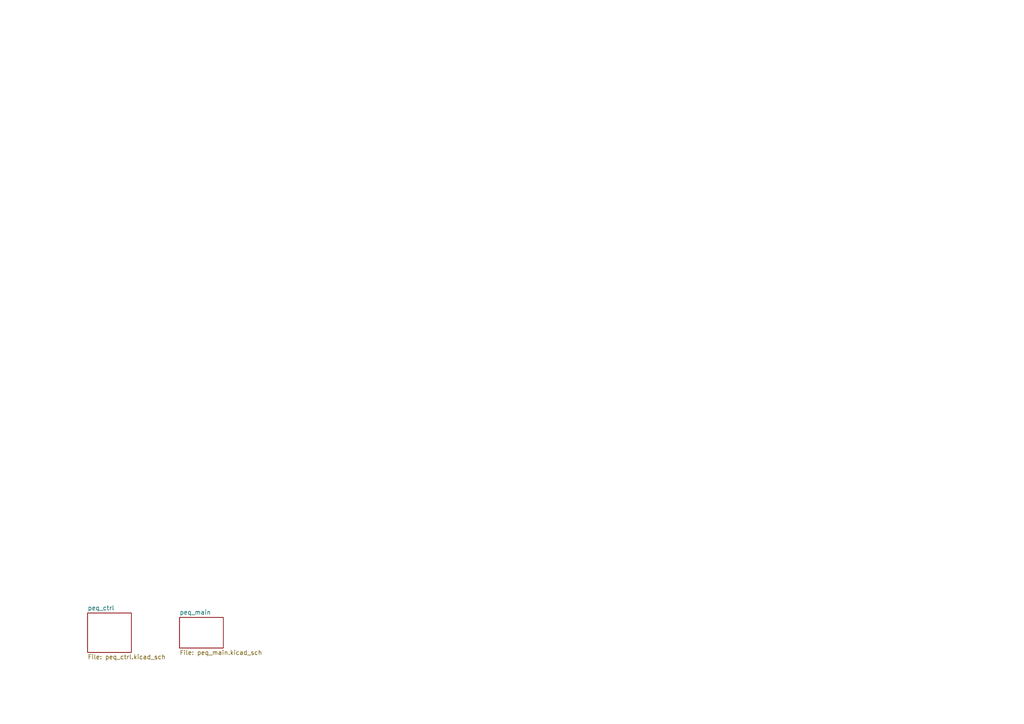
<source format=kicad_sch>
(kicad_sch (version 20211123) (generator eeschema)

  (uuid 2c20960b-db82-4405-b3b4-7e66289303df)

  (paper "A4")

  (title_block
    (title "PEQ")
  )

  (lib_symbols
  )


  (sheet (at 52.07 179.07) (size 12.7 8.89) (fields_autoplaced)
    (stroke (width 0.1524) (type solid) (color 0 0 0 0))
    (fill (color 0 0 0 0.0000))
    (uuid 38f7f3f1-89e1-4fd2-a7f5-06bedaf10569)
    (property "Sheet name" "peq_main" (id 0) (at 52.07 178.3584 0)
      (effects (font (size 1.27 1.27)) (justify left bottom))
    )
    (property "Sheet file" "peq_main.kicad_sch" (id 1) (at 52.07 188.5446 0)
      (effects (font (size 1.27 1.27)) (justify left top))
    )
  )

  (sheet (at 25.4 177.8) (size 12.7 11.43) (fields_autoplaced)
    (stroke (width 0.1524) (type solid) (color 0 0 0 0))
    (fill (color 0 0 0 0.0000))
    (uuid bb76919e-6bfc-4ffb-bc2f-e672a0fcf05d)
    (property "Sheet name" "peq_ctrl" (id 0) (at 25.4 177.0884 0)
      (effects (font (size 1.27 1.27)) (justify left bottom))
    )
    (property "Sheet file" "peq_ctrl.kicad_sch" (id 1) (at 25.4 189.8146 0)
      (effects (font (size 1.27 1.27)) (justify left top))
    )
  )

  (sheet_instances
    (path "/" (page "1"))
    (path "/38f7f3f1-89e1-4fd2-a7f5-06bedaf10569" (page "2"))
    (path "/bb76919e-6bfc-4ffb-bc2f-e672a0fcf05d" (page "3"))
  )

  (symbol_instances
    (path "/bb76919e-6bfc-4ffb-bc2f-e672a0fcf05d/b2e9ebf2-d96c-4b92-9eb5-a6defb92eca2"
      (reference "#FLG01") (unit 1) (value "PWR_FLAG") (footprint "")
    )
    (path "/bb76919e-6bfc-4ffb-bc2f-e672a0fcf05d/e68ccdbc-6c00-44f7-8bbe-fbea492bb599"
      (reference "#FLG02") (unit 1) (value "PWR_FLAG") (footprint "")
    )
    (path "/38f7f3f1-89e1-4fd2-a7f5-06bedaf10569/d5f17e22-8b80-4887-9e54-e1e00c7d3ac3"
      (reference "#PWR01") (unit 1) (value "+VDC") (footprint "")
    )
    (path "/bb76919e-6bfc-4ffb-bc2f-e672a0fcf05d/1409c838-f9a4-46df-90e0-6a7eb40eaef3"
      (reference "#PWR09") (unit 1) (value "GND") (footprint "")
    )
    (path "/bb76919e-6bfc-4ffb-bc2f-e672a0fcf05d/ef0d2b47-03d6-4cbf-a3cd-14436d52a306"
      (reference "#PWR010") (unit 1) (value "GND") (footprint "")
    )
    (path "/bb76919e-6bfc-4ffb-bc2f-e672a0fcf05d/b199e730-fdd1-49cf-ac78-b215216986f8"
      (reference "#PWR011") (unit 1) (value "GND") (footprint "")
    )
    (path "/bb76919e-6bfc-4ffb-bc2f-e672a0fcf05d/5c64ac98-80c1-4fb6-9aee-93a906306262"
      (reference "#PWR012") (unit 1) (value "GND") (footprint "")
    )
    (path "/bb76919e-6bfc-4ffb-bc2f-e672a0fcf05d/41c83e23-f88f-471d-b650-9a8511bbb73e"
      (reference "#PWR013") (unit 1) (value "+VDC") (footprint "")
    )
    (path "/bb76919e-6bfc-4ffb-bc2f-e672a0fcf05d/d117aa67-6599-4456-b408-322c5d875bdb"
      (reference "#PWR014") (unit 1) (value "GND") (footprint "")
    )
    (path "/bb76919e-6bfc-4ffb-bc2f-e672a0fcf05d/b35ffd15-1c2e-4f8d-a32e-8bbe7f1a2a63"
      (reference "#PWR015") (unit 1) (value "+VDC") (footprint "")
    )
    (path "/bb76919e-6bfc-4ffb-bc2f-e672a0fcf05d/8c713fbe-f5d9-443c-9ec2-dd1adc43d72c"
      (reference "#PWR016") (unit 1) (value "GND") (footprint "")
    )
    (path "/bb76919e-6bfc-4ffb-bc2f-e672a0fcf05d/efeb42eb-43d2-4a04-a847-ce6a3911cb85"
      (reference "#PWR017") (unit 1) (value "GND") (footprint "")
    )
    (path "/bb76919e-6bfc-4ffb-bc2f-e672a0fcf05d/3a3b464f-9ebe-4fb7-9675-8cd8e2e6b953"
      (reference "#PWR018") (unit 1) (value "+VDC") (footprint "")
    )
    (path "/bb76919e-6bfc-4ffb-bc2f-e672a0fcf05d/150e4f08-6062-41e3-a8ed-5f2d0f9392b4"
      (reference "#PWR019") (unit 1) (value "GND") (footprint "")
    )
    (path "/bb76919e-6bfc-4ffb-bc2f-e672a0fcf05d/3acf6a3e-ee2e-4839-b46e-a7a934fd27e9"
      (reference "#PWR020") (unit 1) (value "+VDC") (footprint "")
    )
    (path "/bb76919e-6bfc-4ffb-bc2f-e672a0fcf05d/dd5e6f7d-f3be-4145-aecb-00d91cd9dcc7"
      (reference "#PWR021") (unit 1) (value "GND") (footprint "")
    )
    (path "/bb76919e-6bfc-4ffb-bc2f-e672a0fcf05d/e6c9f611-6a1b-4622-868f-1c0c064ab138"
      (reference "#PWR022") (unit 1) (value "GND") (footprint "")
    )
    (path "/bb76919e-6bfc-4ffb-bc2f-e672a0fcf05d/6cfcfe6c-b619-4201-8e01-447b5e0ff85c"
      (reference "#PWR023") (unit 1) (value "+VDC") (footprint "")
    )
    (path "/bb76919e-6bfc-4ffb-bc2f-e672a0fcf05d/bea81f9a-a4d3-447a-baee-ed78cea0eab2"
      (reference "#PWR024") (unit 1) (value "GND") (footprint "")
    )
    (path "/38f7f3f1-89e1-4fd2-a7f5-06bedaf10569/be75252c-f03e-431d-b2b2-7e25a713ff1f"
      (reference "#PWR0102") (unit 1) (value "GND") (footprint "")
    )
    (path "/38f7f3f1-89e1-4fd2-a7f5-06bedaf10569/f585edc7-fb81-4473-a462-9d948cfe0732"
      (reference "C1") (unit 1) (value "56n") (footprint "Capacitor_THT:C_Rect_L7.2mm_W4.5mm_P5.00mm_FKS2_FKP2_MKS2_MKP2")
    )
    (path "/38f7f3f1-89e1-4fd2-a7f5-06bedaf10569/bdfca024-244e-40e8-8383-a554c88bdc1a"
      (reference "C2") (unit 1) (value "10n") (footprint "Capacitor_THT:C_Rect_L7.2mm_W2.5mm_P5.00mm_FKS2_FKP2_MKS2_MKP2")
    )
    (path "/38f7f3f1-89e1-4fd2-a7f5-06bedaf10569/f7ad7b2c-cf0a-49ae-9a74-fc7c1c7ea1f9"
      (reference "C3") (unit 1) (value "15n") (footprint "Capacitor_THT:C_Rect_L7.2mm_W2.5mm_P5.00mm_FKS2_FKP2_MKS2_MKP2")
    )
    (path "/38f7f3f1-89e1-4fd2-a7f5-06bedaf10569/5422f226-cb59-4f84-90f8-e907ffb40245"
      (reference "C4") (unit 1) (value "4.7n") (footprint "Capacitor_THT:C_Rect_L7.2mm_W2.5mm_P5.00mm_FKS2_FKP2_MKS2_MKP2")
    )
    (path "/38f7f3f1-89e1-4fd2-a7f5-06bedaf10569/6b7333be-d9ae-46b6-af5d-f955dc0c6fda"
      (reference "C5") (unit 1) (value "3.3n") (footprint "Capacitor_THT:C_Rect_L7.2mm_W2.5mm_P5.00mm_FKS2_FKP2_MKS2_MKP2")
    )
    (path "/38f7f3f1-89e1-4fd2-a7f5-06bedaf10569/e5cb24cf-1137-430e-80c9-ff3cf9eade10"
      (reference "C6") (unit 1) (value "2.2n") (footprint "Capacitor_THT:C_Rect_L7.2mm_W2.5mm_P5.00mm_FKS2_FKP2_MKS2_MKP2")
    )
    (path "/38f7f3f1-89e1-4fd2-a7f5-06bedaf10569/d68a8be4-a88a-4dfb-97fb-42ee6469a5af"
      (reference "C7") (unit 1) (value "10n") (footprint "Capacitor_THT:C_Rect_L7.2mm_W2.5mm_P5.00mm_FKS2_FKP2_MKS2_MKP2")
    )
    (path "/38f7f3f1-89e1-4fd2-a7f5-06bedaf10569/b01158ac-6500-45da-974c-f25b8354f391"
      (reference "C8") (unit 1) (value "1.5u") (footprint "Capacitor_THT:C_Rect_L7.2mm_W7.2mm_P5.00mm_FKS2_FKP2_MKS2_MKP2")
    )
    (path "/38f7f3f1-89e1-4fd2-a7f5-06bedaf10569/12f3def7-a846-4e39-ad74-84a5814ba601"
      (reference "C9") (unit 1) (value "330n") (footprint "Capacitor_THT:C_Rect_L7.2mm_W4.5mm_P5.00mm_FKS2_FKP2_MKS2_MKP2")
    )
    (path "/38f7f3f1-89e1-4fd2-a7f5-06bedaf10569/be5ef517-0f0d-433e-9994-04650d6c7db1"
      (reference "C10") (unit 1) (value "470n") (footprint "Capacitor_THT:C_Rect_L7.2mm_W5.5mm_P5.00mm_FKS2_FKP2_MKS2_MKP2")
    )
    (path "/38f7f3f1-89e1-4fd2-a7f5-06bedaf10569/51db3bf9-cd89-4b43-b235-21d78f97e318"
      (reference "C11") (unit 1) (value "220n") (footprint "Capacitor_THT:C_Rect_L7.2mm_W3.5mm_P5.00mm_FKS2_FKP2_MKS2_MKP2")
    )
    (path "/38f7f3f1-89e1-4fd2-a7f5-06bedaf10569/992df331-fb0e-4ab1-a003-2dc041bfcaee"
      (reference "C12") (unit 1) (value "330n") (footprint "Capacitor_THT:C_Rect_L7.2mm_W4.5mm_P5.00mm_FKS2_FKP2_MKS2_MKP2")
    )
    (path "/38f7f3f1-89e1-4fd2-a7f5-06bedaf10569/26b1301e-ae6f-4809-8d0d-09f6bab2f3da"
      (reference "C13") (unit 1) (value "47n") (footprint "Capacitor_THT:C_Rect_L7.2mm_W2.5mm_P5.00mm_FKS2_FKP2_MKS2_MKP2")
    )
    (path "/38f7f3f1-89e1-4fd2-a7f5-06bedaf10569/dc686a8a-38d2-4c35-8903-680b03e24748"
      (reference "C14") (unit 1) (value "33n") (footprint "Capacitor_THT:C_Rect_L7.2mm_W2.5mm_P5.00mm_FKS2_FKP2_MKS2_MKP2")
    )
    (path "/38f7f3f1-89e1-4fd2-a7f5-06bedaf10569/93965256-f3dc-4281-bd6f-70c923cb8912"
      (reference "C15") (unit 1) (value "33n") (footprint "Capacitor_THT:C_Rect_L7.2mm_W2.5mm_P5.00mm_FKS2_FKP2_MKS2_MKP2")
    )
    (path "/38f7f3f1-89e1-4fd2-a7f5-06bedaf10569/32ab0dc9-53c4-4f8f-9bdf-f9d37301c022"
      (reference "C16") (unit 1) (value "3.3n") (footprint "Capacitor_THT:C_Rect_L7.2mm_W2.5mm_P5.00mm_FKS2_FKP2_MKS2_MKP2")
    )
    (path "/38f7f3f1-89e1-4fd2-a7f5-06bedaf10569/36622c8d-f0c5-429b-bd23-c277f25d1e80"
      (reference "C17") (unit 1) (value "15n") (footprint "Capacitor_THT:C_Rect_L7.2mm_W2.5mm_P5.00mm_FKS2_FKP2_MKS2_MKP2")
    )
    (path "/38f7f3f1-89e1-4fd2-a7f5-06bedaf10569/2b4f0203-2814-432f-9765-a242e386ca85"
      (reference "C18") (unit 1) (value "4.7n") (footprint "Capacitor_THT:C_Rect_L7.2mm_W2.5mm_P5.00mm_FKS2_FKP2_MKS2_MKP2")
    )
    (path "/38f7f3f1-89e1-4fd2-a7f5-06bedaf10569/06b20fbe-e1d1-4dd1-be8d-81e209252634"
      (reference "C19") (unit 1) (value "15n") (footprint "Capacitor_THT:C_Rect_L7.2mm_W2.5mm_P5.00mm_FKS2_FKP2_MKS2_MKP2")
    )
    (path "/38f7f3f1-89e1-4fd2-a7f5-06bedaf10569/9951a3ad-d9e5-4f16-b832-be64915eb61c"
      (reference "C20") (unit 1) (value "15n") (footprint "Capacitor_THT:C_Rect_L7.2mm_W2.5mm_P5.00mm_FKS2_FKP2_MKS2_MKP2")
    )
    (path "/38f7f3f1-89e1-4fd2-a7f5-06bedaf10569/5fbc8c44-2592-4c61-a6bb-226cd1134ca4"
      (reference "C21") (unit 1) (value "4.7n") (footprint "Capacitor_THT:C_Rect_L7.2mm_W2.5mm_P5.00mm_FKS2_FKP2_MKS2_MKP2")
    )
    (path "/38f7f3f1-89e1-4fd2-a7f5-06bedaf10569/e0c9c717-fb0e-420f-a65d-a0df35600fee"
      (reference "C22") (unit 1) (value "3.3n") (footprint "Capacitor_THT:C_Rect_L7.2mm_W2.5mm_P5.00mm_FKS2_FKP2_MKS2_MKP2")
    )
    (path "/38f7f3f1-89e1-4fd2-a7f5-06bedaf10569/6c975c33-1f60-48c8-a940-0a3fabce1bc4"
      (reference "C23") (unit 1) (value "4.7n") (footprint "Capacitor_THT:C_Rect_L7.2mm_W2.5mm_P5.00mm_FKS2_FKP2_MKS2_MKP2")
    )
    (path "/38f7f3f1-89e1-4fd2-a7f5-06bedaf10569/da3b499c-90d9-4007-ba58-d287e4291f62"
      (reference "C24") (unit 1) (value "2.2n") (footprint "Capacitor_THT:C_Rect_L7.2mm_W2.5mm_P5.00mm_FKS2_FKP2_MKS2_MKP2")
    )
    (path "/38f7f3f1-89e1-4fd2-a7f5-06bedaf10569/656d0e7d-592b-423e-be5e-5f3297a92f79"
      (reference "C25") (unit 1) (value "2.2n") (footprint "Capacitor_THT:C_Rect_L7.2mm_W2.5mm_P5.00mm_FKS2_FKP2_MKS2_MKP2")
    )
    (path "/38f7f3f1-89e1-4fd2-a7f5-06bedaf10569/b7f6326a-1b4d-4579-a1a9-36b743e8c181"
      (reference "C26") (unit 1) (value "3.3n") (footprint "Capacitor_THT:C_Rect_L7.2mm_W2.5mm_P5.00mm_FKS2_FKP2_MKS2_MKP2")
    )
    (path "/38f7f3f1-89e1-4fd2-a7f5-06bedaf10569/3e60a399-ad46-4af1-ba33-1246d76aa234"
      (reference "C27") (unit 1) (value "4.7n") (footprint "Capacitor_THT:C_Rect_L7.2mm_W2.5mm_P5.00mm_FKS2_FKP2_MKS2_MKP2")
    )
    (path "/bb76919e-6bfc-4ffb-bc2f-e672a0fcf05d/9432b8af-9202-4a61-9d1a-3f1f03dcb2d1"
      (reference "C28") (unit 1) (value "68n") (footprint "Capacitor_THT:C_Rect_L7.2mm_W4.5mm_P5.00mm_FKS2_FKP2_MKS2_MKP2")
    )
    (path "/bb76919e-6bfc-4ffb-bc2f-e672a0fcf05d/5338c591-745d-4a1f-b036-3ce92317c437"
      (reference "C29") (unit 1) (value "1u") (footprint "ak_misc:C_Rect_L7.2mm_W7.2mm_P5.00mm_with_SMD_3216")
    )
    (path "/bb76919e-6bfc-4ffb-bc2f-e672a0fcf05d/fb74b618-51fe-438f-ab26-c183818287d9"
      (reference "C30") (unit 1) (value "47u") (footprint "Capacitor_THT:CP_Radial_D6.3mm_P2.50mm")
    )
    (path "/bb76919e-6bfc-4ffb-bc2f-e672a0fcf05d/0d6529b2-de68-4e8c-a6ba-9bf95ae84c20"
      (reference "C31") (unit 1) (value "1u") (footprint "ak_misc:C_Rect_L7.2mm_W7.2mm_P5.00mm_with_SMD_3216")
    )
    (path "/bb76919e-6bfc-4ffb-bc2f-e672a0fcf05d/6ed32f50-b167-4d82-9a0a-6b55454229f3"
      (reference "C32") (unit 1) (value "0.1u") (footprint "Capacitor_THT:C_Disc_D5.0mm_W2.5mm_P2.50mm")
    )
    (path "/bb76919e-6bfc-4ffb-bc2f-e672a0fcf05d/19ae1959-a55f-4cf8-b7f8-1695321a194d"
      (reference "C33") (unit 1) (value "47u") (footprint "Capacitor_THT:CP_Radial_D6.3mm_P2.50mm")
    )
    (path "/bb76919e-6bfc-4ffb-bc2f-e672a0fcf05d/318e24ab-cfcc-46b2-8967-23af6fb595fd"
      (reference "C34") (unit 1) (value "47u") (footprint "Capacitor_THT:CP_Radial_D6.3mm_P2.50mm")
    )
    (path "/bb76919e-6bfc-4ffb-bc2f-e672a0fcf05d/bb67e021-df21-4ba7-8b30-c76aac61bb3b"
      (reference "C35") (unit 1) (value "68n") (footprint "Capacitor_THT:C_Rect_L7.2mm_W4.5mm_P5.00mm_FKS2_FKP2_MKS2_MKP2")
    )
    (path "/bb76919e-6bfc-4ffb-bc2f-e672a0fcf05d/3e730426-952d-4338-9239-af0ce7f03760"
      (reference "C36") (unit 1) (value "220n") (footprint "Capacitor_THT:C_Rect_L7.2mm_W3.5mm_P5.00mm_FKS2_FKP2_MKS2_MKP2")
    )
    (path "/38f7f3f1-89e1-4fd2-a7f5-06bedaf10569/b776ed53-5630-4d5e-9d01-9e583c6b0db2"
      (reference "D1") (unit 1) (value "LED") (footprint "LED_THT:LED_D3.0mm")
    )
    (path "/bb76919e-6bfc-4ffb-bc2f-e672a0fcf05d/201d10c3-7a33-4c01-8e86-1dfa9b6c4123"
      (reference "D2") (unit 1) (value "D") (footprint "Diode_THT:D_DO-34_SOD68_P7.62mm_Horizontal")
    )
    (path "/bb76919e-6bfc-4ffb-bc2f-e672a0fcf05d/2c1028e4-ebca-4ad3-bb8d-ff4be69d545c"
      (reference "J5") (unit 1) (value "DC_IN") (footprint "Connector_JST:JST_XH_B3B-XH-A_1x03_P2.50mm_Vertical")
    )
    (path "/bb76919e-6bfc-4ffb-bc2f-e672a0fcf05d/b8eea3d0-e8a4-45f6-9807-7af26693e082"
      (reference "J7") (unit 1) (value "INPUT") (footprint "ak_misc:Jack_Pad_TRS")
    )
    (path "/bb76919e-6bfc-4ffb-bc2f-e672a0fcf05d/ca9929cb-feb7-4212-90d1-d71c1ea5e568"
      (reference "J8") (unit 1) (value "OUTPUT") (footprint "ak_misc:Jack_Pad_TS")
    )
    (path "/bb76919e-6bfc-4ffb-bc2f-e672a0fcf05d/16a506c7-74c2-40b3-9678-7214884a1dd2"
      (reference "JP2") (unit 1) (value "Jumper_2_Open") (footprint "Jumper:SolderJumper-2_P1.3mm_Open_RoundedPad1.0x1.5mm")
    )
    (path "/bb76919e-6bfc-4ffb-bc2f-e672a0fcf05d/1bc2006c-5675-4b00-9c12-f81005cbe1ee"
      (reference "JP3") (unit 1) (value "Jumper_2_Open") (footprint "Jumper:SolderJumper-2_P1.3mm_Open_RoundedPad1.0x1.5mm")
    )
    (path "/38f7f3f1-89e1-4fd2-a7f5-06bedaf10569/0721a2f2-1092-4acc-9885-0144b9380436"
      (reference "L1") (unit 1) (value "100m") (footprint "Inductor_THT:L_Radial_D10.5mm_P5.00mm_Abacron_AISR-01")
    )
    (path "/38f7f3f1-89e1-4fd2-a7f5-06bedaf10569/ff98ecfa-7740-480a-b4b7-96fb7a5a8645"
      (reference "L2") (unit 1) (value "47m") (footprint "Inductor_THT:L_Axial_L7.0mm_D3.3mm_P10.16mm_Horizontal_Fastron_MICC")
    )
    (path "/38f7f3f1-89e1-4fd2-a7f5-06bedaf10569/195dd0a1-7562-4760-bac1-b10f474e6242"
      (reference "L3") (unit 1) (value "47m") (footprint "Inductor_THT:L_Axial_L7.0mm_D3.3mm_P10.16mm_Horizontal_Fastron_MICC")
    )
    (path "/38f7f3f1-89e1-4fd2-a7f5-06bedaf10569/51846218-f933-42b9-b309-3fc1a7f23ee2"
      (reference "L4") (unit 1) (value "22m") (footprint "Inductor_THT:L_Axial_L7.0mm_D3.3mm_P10.16mm_Horizontal_Fastron_MICC")
    )
    (path "/38f7f3f1-89e1-4fd2-a7f5-06bedaf10569/bf0f590c-e8be-4d96-90d4-0bb524014337"
      (reference "L5") (unit 1) (value "12m") (footprint "Inductor_THT:L_Axial_L7.0mm_D3.3mm_P10.16mm_Horizontal_Fastron_MICC")
    )
    (path "/38f7f3f1-89e1-4fd2-a7f5-06bedaf10569/c0f7430c-192d-44d9-a890-6b9d4a0a9ac9"
      (reference "L6") (unit 1) (value "18m") (footprint "Inductor_THT:L_Axial_L7.0mm_D3.3mm_P10.16mm_Horizontal_Fastron_MICC")
    )
    (path "/38f7f3f1-89e1-4fd2-a7f5-06bedaf10569/f7b3afdf-099f-4923-a105-30ec1160424d"
      (reference "L7") (unit 1) (value "18m") (footprint "Inductor_THT:L_Axial_L7.0mm_D3.3mm_P10.16mm_Horizontal_Fastron_MICC")
    )
    (path "/38f7f3f1-89e1-4fd2-a7f5-06bedaf10569/b899f704-8eac-4ed4-bb48-c001000a32f1"
      (reference "L8") (unit 1) (value "12m") (footprint "Inductor_THT:L_Axial_L7.0mm_D3.3mm_P10.16mm_Horizontal_Fastron_MICC")
    )
    (path "/38f7f3f1-89e1-4fd2-a7f5-06bedaf10569/774dcd9d-f898-4eb7-8f7f-32b64c859e9e"
      (reference "L9") (unit 1) (value "22m") (footprint "Inductor_THT:L_Axial_L7.0mm_D3.3mm_P10.16mm_Horizontal_Fastron_MICC")
    )
    (path "/bb76919e-6bfc-4ffb-bc2f-e672a0fcf05d/77e91242-ddfc-4417-a08d-c7f8690cce3f"
      (reference "Q1") (unit 1) (value "2N3904") (footprint "Package_TO_SOT_THT:TO-92")
    )
    (path "/38f7f3f1-89e1-4fd2-a7f5-06bedaf10569/b934a48c-4b4a-48f4-96f3-2de687c27954"
      (reference "R1") (unit 1) (value "47k") (footprint "ak_misc:R_Axial_DIN0207_L6.3mm_D2.5mm_P7.62mm_with_SMD")
    )
    (path "/bb76919e-6bfc-4ffb-bc2f-e672a0fcf05d/48004e6b-6500-4fc2-acb8-4859eaeb8352"
      (reference "R2") (unit 1) (value "75") (footprint "ak_misc:R_Axial_DIN0207_L6.3mm_D2.5mm_P7.62mm_with_SMD")
    )
    (path "/bb76919e-6bfc-4ffb-bc2f-e672a0fcf05d/4295daec-60b8-4fc3-a55c-3492fe067977"
      (reference "R3") (unit 1) (value "1k") (footprint "ak_misc:R_Axial_DIN0207_L6.3mm_D2.5mm_P7.62mm_with_SMD")
    )
    (path "/bb76919e-6bfc-4ffb-bc2f-e672a0fcf05d/67655b8a-258d-4593-8528-4c3e63b3058e"
      (reference "R4") (unit 1) (value "10k") (footprint "ak_misc:R_Axial_DIN0207_L6.3mm_D2.5mm_P7.62mm_with_SMD")
    )
    (path "/bb76919e-6bfc-4ffb-bc2f-e672a0fcf05d/9d4cb55d-807f-43c5-89d8-16e176382b7b"
      (reference "R5") (unit 1) (value "1k") (footprint "ak_misc:R_Axial_DIN0207_L6.3mm_D2.5mm_P7.62mm_with_SMD")
    )
    (path "/bb76919e-6bfc-4ffb-bc2f-e672a0fcf05d/d56b3156-7f43-46ed-9a85-f3230ab6765f"
      (reference "R6") (unit 1) (value "1Meg") (footprint "ak_misc:R_Axial_DIN0207_L6.3mm_D2.5mm_P7.62mm_with_SMD")
    )
    (path "/bb76919e-6bfc-4ffb-bc2f-e672a0fcf05d/b09e09a4-382e-4c40-8dc5-e153b00636e3"
      (reference "R7") (unit 1) (value "20k") (footprint "ak_misc:R_Axial_DIN0207_L6.3mm_D2.5mm_P7.62mm_with_SMD")
    )
    (path "/bb76919e-6bfc-4ffb-bc2f-e672a0fcf05d/37737bb6-856f-4ef7-9f88-116d1ca8a67a"
      (reference "R8") (unit 1) (value "1Meg") (footprint "ak_misc:R_Axial_DIN0207_L6.3mm_D2.5mm_P7.62mm_with_SMD")
    )
    (path "/bb76919e-6bfc-4ffb-bc2f-e672a0fcf05d/b58d268c-ae1d-4384-b061-cd10e7570604"
      (reference "R24") (unit 1) (value "47k") (footprint "ak_misc:R_Axial_DIN0207_L6.3mm_D2.5mm_P7.62mm_with_SMD")
    )
    (path "/bb76919e-6bfc-4ffb-bc2f-e672a0fcf05d/0a35893e-e720-46db-bcf5-671b453d5fc6"
      (reference "R25") (unit 1) (value "47k") (footprint "ak_misc:R_Axial_DIN0207_L6.3mm_D2.5mm_P7.62mm_with_SMD")
    )
    (path "/bb76919e-6bfc-4ffb-bc2f-e672a0fcf05d/c931dce3-815e-4514-858c-4f6778bdf29c"
      (reference "R26") (unit 1) (value "1k") (footprint "ak_misc:R_Axial_DIN0207_L6.3mm_D2.5mm_P7.62mm_with_SMD")
    )
    (path "/bb76919e-6bfc-4ffb-bc2f-e672a0fcf05d/ff8a24ba-e8ee-429e-99d4-556c3b61206f"
      (reference "RN1") (unit 1) (value "R_Pack04") (footprint "ak_misc:R_Array_Convex_4x0603_handsolder")
    )
    (path "/bb76919e-6bfc-4ffb-bc2f-e672a0fcf05d/93d5269b-2d9a-4448-a2fc-774b7e7caec9"
      (reference "RN2") (unit 1) (value "R_Pack04") (footprint "ak_misc:R_Array_Convex_4x0603_handsolder")
    )
    (path "/bb76919e-6bfc-4ffb-bc2f-e672a0fcf05d/3f471a21-6d06-4a8a-8d8a-81455761e53e"
      (reference "RN3") (unit 1) (value "R_Pack04") (footprint "ak_misc:R_Array_Convex_4x0603_handsolder")
    )
    (path "/bb76919e-6bfc-4ffb-bc2f-e672a0fcf05d/d4507396-2024-4fa1-bb5e-1b5ae05e092c"
      (reference "RN4") (unit 1) (value "R_Pack04") (footprint "ak_misc:R_Array_Convex_4x0603_handsolder")
    )
    (path "/bb76919e-6bfc-4ffb-bc2f-e672a0fcf05d/d7d7c2cd-8bf6-440c-94d1-876fcaed4422"
      (reference "RV1") (unit 1) (value "BOOST_HIGH:B10k") (footprint "ak_misc:POT-16mm")
    )
    (path "/bb76919e-6bfc-4ffb-bc2f-e672a0fcf05d/ecfb597c-2125-40fb-b942-bee4e6316757"
      (reference "RV2") (unit 1) (value "BANDWIDTH:B10k") (footprint "ak_misc:POT-16mm")
    )
    (path "/bb76919e-6bfc-4ffb-bc2f-e672a0fcf05d/e674598e-7b17-4147-af24-7d7d88e70120"
      (reference "RV3") (unit 1) (value "ATTEN_HIGH:B1k") (footprint "ak_misc:POT-16mm")
    )
    (path "/bb76919e-6bfc-4ffb-bc2f-e672a0fcf05d/4f959e68-e67d-4f80-89d6-2057759dd530"
      (reference "RV4") (unit 1) (value "BOOST:A10k") (footprint "ak_misc:POT-16mm")
    )
    (path "/bb76919e-6bfc-4ffb-bc2f-e672a0fcf05d/ea1a8e45-e303-400c-b026-18eff4ce2f0b"
      (reference "RV5") (unit 1) (value "ATTEN:A100k") (footprint "ak_misc:POT-16mm")
    )
    (path "/bb76919e-6bfc-4ffb-bc2f-e672a0fcf05d/2c8c50e0-578b-4e55-9176-f1630d03c484"
      (reference "RV6") (unit 1) (value "VOL:A1M") (footprint "ak_misc:POT-16mm")
    )
    (path "/38f7f3f1-89e1-4fd2-a7f5-06bedaf10569/d3a840fa-d51f-45cb-9850-5fbb21eb4da9"
      (reference "SW1") (unit 1) (value "3PDT_FootSwitch") (footprint "ak_misc:3PDT_FootSwitch_ovalpad")
    )
    (path "/38f7f3f1-89e1-4fd2-a7f5-06bedaf10569/80a161fc-1b87-496a-9a39-0314de3beef8"
      (reference "SW1") (unit 2) (value "3PDT_FootSwitch") (footprint "ak_misc:3PDT_FootSwitch_ovalpad")
    )
    (path "/38f7f3f1-89e1-4fd2-a7f5-06bedaf10569/6a61121c-8930-4a5b-8bab-e0516d27744e"
      (reference "SW1") (unit 3) (value "3PDT_FootSwitch") (footprint "ak_misc:3PDT_FootSwitch_ovalpad")
    )
    (path "/bb76919e-6bfc-4ffb-bc2f-e672a0fcf05d/c61c50dc-3088-45fb-8806-b4e48fd9ede6"
      (reference "SW2") (unit 1) (value "HIGH_FREQ_SW") (footprint "ak_misc:SR1712F-XXXX-15K0A-B9-N-027-oval")
    )
    (path "/bb76919e-6bfc-4ffb-bc2f-e672a0fcf05d/d1eb3d93-ef46-41f6-a997-f5f3fb39fb1e"
      (reference "SW3") (unit 1) (value "LOW_FREQ_SW") (footprint "ak_misc:SR1712F-XXXX-15K0A-B9-N-027-oval")
    )
    (path "/bb76919e-6bfc-4ffb-bc2f-e672a0fcf05d/9d8c52ae-4fcf-45be-9cad-d9a7b8dfca74"
      (reference "SW4") (unit 1) (value "SW_SPDT") (footprint "ak_misc:spdt-sw-micro-with-fixer")
    )
    (path "/bb76919e-6bfc-4ffb-bc2f-e672a0fcf05d/97b78f0b-f042-455e-bbd6-086bd9c62e63"
      (reference "U1") (unit 1) (value "NJM4580") (footprint "ak_misc:DIP-8_W7.62mm_Socket_w_SOP8")
    )
    (path "/bb76919e-6bfc-4ffb-bc2f-e672a0fcf05d/4f84b4ab-6bfd-41b9-b373-a518a6f7714b"
      (reference "U1") (unit 2) (value "NJM4580") (footprint "ak_misc:DIP-8_W7.62mm_Socket_w_SOP8")
    )
    (path "/bb76919e-6bfc-4ffb-bc2f-e672a0fcf05d/034f03be-b781-4c17-ae7f-8170f2bca6a3"
      (reference "U1") (unit 3) (value "NJM4580") (footprint "ak_misc:DIP-8_W7.62mm_Socket_w_SOP8")
    )
  )
)

</source>
